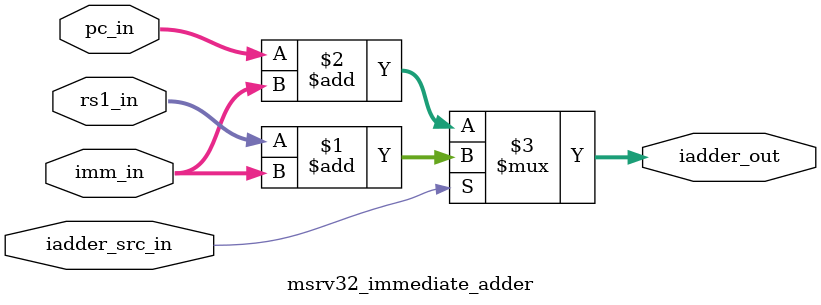
<source format=v>
/************************************

//File Name: msrv32_immediate_adder.v

//Module Name: msrv32_immediate_adder

//Description: The output of immediate_adder module will be the 32 bit address depending on the instruction format (instruction to the core).

//Dependencies:

//Version: 1.0

//Engineer: Nishikant

//Email: tech_support@maven-silicon.com

//************************************/


module msrv32_immediate_adder(input  [31:0] pc_in,rs1_in,imm_in,
                              input         iadder_src_in,
                              output [31:0] iadder_out
                             );

   /*
   For load or store or jump_and_link_reg(jalr) instructions rs1_in is added with imm_in and for other instructions pc_in is added with imm_in.
   */
   assign iadder_out = iadder_src_in ? (rs1_in+imm_in) : (pc_in + imm_in);
endmodule

</source>
